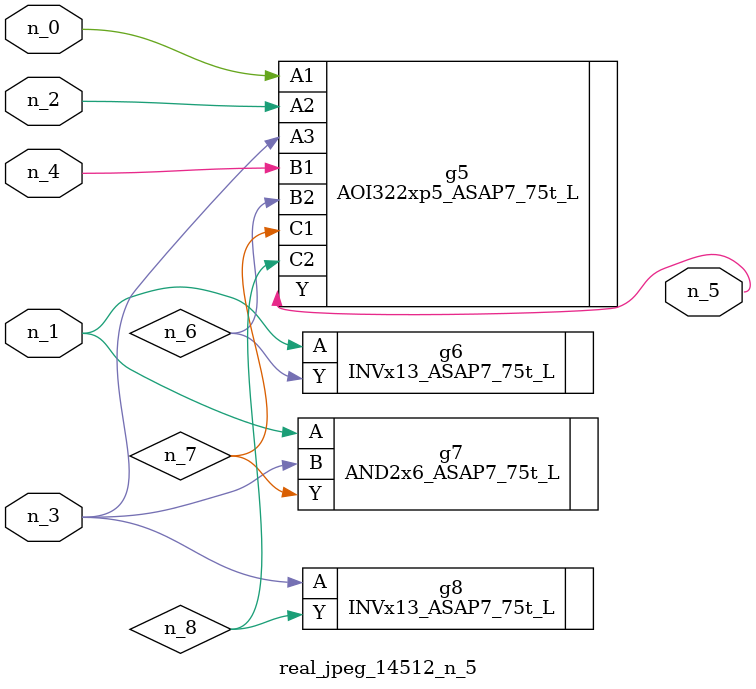
<source format=v>
module real_jpeg_14512_n_5 (n_4, n_0, n_1, n_2, n_3, n_5);

input n_4;
input n_0;
input n_1;
input n_2;
input n_3;

output n_5;

wire n_8;
wire n_6;
wire n_7;

AOI322xp5_ASAP7_75t_L g5 ( 
.A1(n_0),
.A2(n_2),
.A3(n_3),
.B1(n_4),
.B2(n_6),
.C1(n_7),
.C2(n_8),
.Y(n_5)
);

INVx13_ASAP7_75t_L g6 ( 
.A(n_1),
.Y(n_6)
);

AND2x6_ASAP7_75t_L g7 ( 
.A(n_1),
.B(n_3),
.Y(n_7)
);

INVx13_ASAP7_75t_L g8 ( 
.A(n_3),
.Y(n_8)
);


endmodule
</source>
